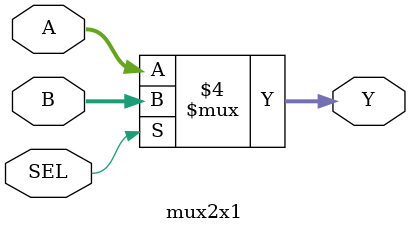
<source format=v>
module mux2x1(
  input [63:0] A, B,
  input SEL,
  output reg[63:0] Y);
  always @ (A or B or SEL)
    begin
      if (SEL==0)
        Y=A;
      else
        Y=B;
    end
endmodule

</source>
